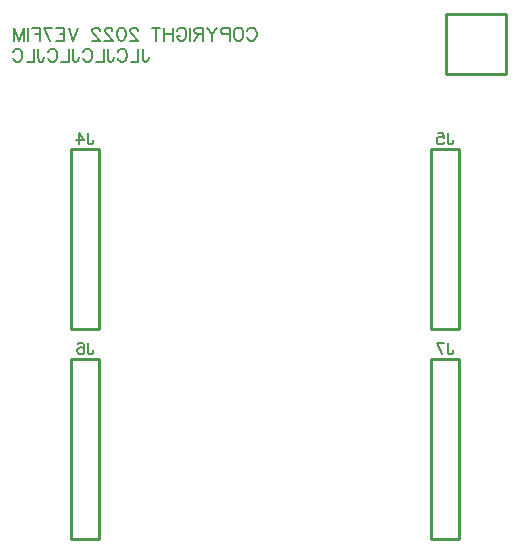
<source format=gbo>
G04 Layer: BottomSilkscreenLayer*
G04 EasyEDA v6.5.34, 2023-08-21 18:11:39*
G04 fdc95c5ed4774c3386f44bc390bfbdb9,5a6b42c53f6a479593ecc07194224c93,10*
G04 Gerber Generator version 0.2*
G04 Scale: 100 percent, Rotated: No, Reflected: No *
G04 Dimensions in millimeters *
G04 leading zeros omitted , absolute positions ,4 integer and 5 decimal *
%FSLAX45Y45*%
%MOMM*%

%ADD10C,0.1520*%
%ADD11C,0.1524*%
%ADD12C,0.2540*%

%LPD*%
D10*
X1878444Y5423938D02*
G01*
X1878444Y5340812D01*
X1883641Y5325224D01*
X1888835Y5320029D01*
X1899226Y5314835D01*
X1909617Y5314835D01*
X1920008Y5320029D01*
X1925205Y5325224D01*
X1930400Y5340812D01*
X1930400Y5351203D01*
X1844154Y5423938D02*
G01*
X1844154Y5314835D01*
X1844154Y5314835D02*
G01*
X1781810Y5314835D01*
X1669587Y5397962D02*
G01*
X1674784Y5408353D01*
X1685175Y5418744D01*
X1695564Y5423938D01*
X1716346Y5423938D01*
X1726737Y5418744D01*
X1737128Y5408353D01*
X1742325Y5397962D01*
X1747520Y5382374D01*
X1747520Y5356397D01*
X1742325Y5340812D01*
X1737128Y5330421D01*
X1726737Y5320029D01*
X1716346Y5314835D01*
X1695564Y5314835D01*
X1685175Y5320029D01*
X1674784Y5330421D01*
X1669587Y5340812D01*
X1583344Y5423938D02*
G01*
X1583344Y5340812D01*
X1588538Y5325224D01*
X1593735Y5320029D01*
X1604124Y5314835D01*
X1614515Y5314835D01*
X1624906Y5320029D01*
X1630103Y5325224D01*
X1635297Y5340812D01*
X1635297Y5351203D01*
X1549054Y5423938D02*
G01*
X1549054Y5314835D01*
X1549054Y5314835D02*
G01*
X1486707Y5314835D01*
X1374485Y5397962D02*
G01*
X1379682Y5408353D01*
X1390073Y5418744D01*
X1400464Y5423938D01*
X1421244Y5423938D01*
X1431635Y5418744D01*
X1442026Y5408353D01*
X1447223Y5397962D01*
X1452417Y5382374D01*
X1452417Y5356397D01*
X1447223Y5340812D01*
X1442026Y5330421D01*
X1431635Y5320029D01*
X1421244Y5314835D01*
X1400464Y5314835D01*
X1390073Y5320029D01*
X1379682Y5330421D01*
X1374485Y5340812D01*
X1288242Y5423938D02*
G01*
X1288242Y5340812D01*
X1293436Y5325224D01*
X1298633Y5320029D01*
X1309024Y5314835D01*
X1319415Y5314835D01*
X1329804Y5320029D01*
X1335001Y5325224D01*
X1340195Y5340812D01*
X1340195Y5351203D01*
X1253952Y5423938D02*
G01*
X1253952Y5314835D01*
X1253952Y5314835D02*
G01*
X1191605Y5314835D01*
X1079385Y5397962D02*
G01*
X1084579Y5408353D01*
X1094971Y5418744D01*
X1105362Y5423938D01*
X1126144Y5423938D01*
X1136535Y5418744D01*
X1146924Y5408353D01*
X1152121Y5397962D01*
X1157315Y5382374D01*
X1157315Y5356397D01*
X1152121Y5340812D01*
X1146924Y5330421D01*
X1136535Y5320029D01*
X1126144Y5314835D01*
X1105362Y5314835D01*
X1094971Y5320029D01*
X1084579Y5330421D01*
X1079385Y5340812D01*
X993139Y5423938D02*
G01*
X993139Y5340812D01*
X998334Y5325224D01*
X1003531Y5320029D01*
X1013922Y5314835D01*
X1024313Y5314835D01*
X1034704Y5320029D01*
X1039898Y5325224D01*
X1045095Y5340812D01*
X1045095Y5351203D01*
X958850Y5423938D02*
G01*
X958850Y5314835D01*
X958850Y5314835D02*
G01*
X896505Y5314835D01*
X784283Y5397962D02*
G01*
X789477Y5408353D01*
X799868Y5418744D01*
X810260Y5423938D01*
X831042Y5423938D01*
X841433Y5418744D01*
X851824Y5408353D01*
X857018Y5397962D01*
X862215Y5382374D01*
X862215Y5356397D01*
X857018Y5340812D01*
X851824Y5330421D01*
X841433Y5320029D01*
X831042Y5314835D01*
X810260Y5314835D01*
X799868Y5320029D01*
X789477Y5330421D01*
X784283Y5340812D01*
D11*
X2766822Y5575807D02*
G01*
X2772156Y5586221D01*
X2782570Y5596636D01*
X2792729Y5601715D01*
X2813558Y5601715D01*
X2823972Y5596636D01*
X2834386Y5586221D01*
X2839720Y5575807D01*
X2844800Y5560060D01*
X2844800Y5534152D01*
X2839720Y5518657D01*
X2834386Y5508244D01*
X2823972Y5497829D01*
X2813558Y5492750D01*
X2792729Y5492750D01*
X2782570Y5497829D01*
X2772156Y5508244D01*
X2766822Y5518657D01*
X2701290Y5601715D02*
G01*
X2711704Y5596636D01*
X2722118Y5586221D01*
X2727452Y5575807D01*
X2732531Y5560060D01*
X2732531Y5534152D01*
X2727452Y5518657D01*
X2722118Y5508244D01*
X2711704Y5497829D01*
X2701290Y5492750D01*
X2680715Y5492750D01*
X2670302Y5497829D01*
X2659888Y5508244D01*
X2654554Y5518657D01*
X2649474Y5534152D01*
X2649474Y5560060D01*
X2654554Y5575807D01*
X2659888Y5586221D01*
X2670302Y5596636D01*
X2680715Y5601715D01*
X2701290Y5601715D01*
X2615184Y5601715D02*
G01*
X2615184Y5492750D01*
X2615184Y5601715D02*
G01*
X2568447Y5601715D01*
X2552700Y5596636D01*
X2547620Y5591302D01*
X2542540Y5580887D01*
X2542540Y5565394D01*
X2547620Y5554979D01*
X2552700Y5549900D01*
X2568447Y5544565D01*
X2615184Y5544565D01*
X2508250Y5601715D02*
G01*
X2466593Y5549900D01*
X2466593Y5492750D01*
X2424938Y5601715D02*
G01*
X2466593Y5549900D01*
X2390647Y5601715D02*
G01*
X2390647Y5492750D01*
X2390647Y5601715D02*
G01*
X2343911Y5601715D01*
X2328418Y5596636D01*
X2323084Y5591302D01*
X2318004Y5580887D01*
X2318004Y5570473D01*
X2323084Y5560060D01*
X2328418Y5554979D01*
X2343911Y5549900D01*
X2390647Y5549900D01*
X2354325Y5549900D02*
G01*
X2318004Y5492750D01*
X2283713Y5601715D02*
G01*
X2283713Y5492750D01*
X2171445Y5575807D02*
G01*
X2176779Y5586221D01*
X2186940Y5596636D01*
X2197354Y5601715D01*
X2218181Y5601715D01*
X2228595Y5596636D01*
X2239009Y5586221D01*
X2244090Y5575807D01*
X2249424Y5560060D01*
X2249424Y5534152D01*
X2244090Y5518657D01*
X2239009Y5508244D01*
X2228595Y5497829D01*
X2218181Y5492750D01*
X2197354Y5492750D01*
X2186940Y5497829D01*
X2176779Y5508244D01*
X2171445Y5518657D01*
X2171445Y5534152D01*
X2197354Y5534152D02*
G01*
X2171445Y5534152D01*
X2137156Y5601715D02*
G01*
X2137156Y5492750D01*
X2064511Y5601715D02*
G01*
X2064511Y5492750D01*
X2137156Y5549900D02*
G01*
X2064511Y5549900D01*
X1993900Y5601715D02*
G01*
X1993900Y5492750D01*
X2030222Y5601715D02*
G01*
X1957324Y5601715D01*
X1837944Y5575807D02*
G01*
X1837944Y5580887D01*
X1832610Y5591302D01*
X1827529Y5596636D01*
X1817115Y5601715D01*
X1796287Y5601715D01*
X1785873Y5596636D01*
X1780794Y5591302D01*
X1775460Y5580887D01*
X1775460Y5570473D01*
X1780794Y5560060D01*
X1791207Y5544565D01*
X1843023Y5492750D01*
X1770379Y5492750D01*
X1704847Y5601715D02*
G01*
X1720595Y5596636D01*
X1731010Y5580887D01*
X1736089Y5554979D01*
X1736089Y5539486D01*
X1731010Y5513323D01*
X1720595Y5497829D01*
X1704847Y5492750D01*
X1694434Y5492750D01*
X1678939Y5497829D01*
X1668526Y5513323D01*
X1663445Y5539486D01*
X1663445Y5554979D01*
X1668526Y5580887D01*
X1678939Y5596636D01*
X1694434Y5601715D01*
X1704847Y5601715D01*
X1623821Y5575807D02*
G01*
X1623821Y5580887D01*
X1618742Y5591302D01*
X1613407Y5596636D01*
X1602994Y5601715D01*
X1582420Y5601715D01*
X1572005Y5596636D01*
X1566671Y5591302D01*
X1561592Y5580887D01*
X1561592Y5570473D01*
X1566671Y5560060D01*
X1577086Y5544565D01*
X1629155Y5492750D01*
X1556257Y5492750D01*
X1516887Y5575807D02*
G01*
X1516887Y5580887D01*
X1511554Y5591302D01*
X1506473Y5596636D01*
X1496060Y5601715D01*
X1475231Y5601715D01*
X1464818Y5596636D01*
X1459737Y5591302D01*
X1454404Y5580887D01*
X1454404Y5570473D01*
X1459737Y5560060D01*
X1470152Y5544565D01*
X1521968Y5492750D01*
X1449323Y5492750D01*
X1335023Y5601715D02*
G01*
X1293368Y5492750D01*
X1251965Y5601715D02*
G01*
X1293368Y5492750D01*
X1217676Y5601715D02*
G01*
X1217676Y5492750D01*
X1217676Y5601715D02*
G01*
X1150112Y5601715D01*
X1217676Y5549900D02*
G01*
X1176020Y5549900D01*
X1217676Y5492750D02*
G01*
X1150112Y5492750D01*
X1042923Y5601715D02*
G01*
X1094994Y5492750D01*
X1115821Y5601715D02*
G01*
X1042923Y5601715D01*
X1008634Y5601715D02*
G01*
X1008634Y5492750D01*
X1008634Y5601715D02*
G01*
X941070Y5601715D01*
X1008634Y5549900D02*
G01*
X967231Y5549900D01*
X906779Y5601715D02*
G01*
X906779Y5492750D01*
X872489Y5601715D02*
G01*
X872489Y5492750D01*
X872489Y5601715D02*
G01*
X831087Y5492750D01*
X789431Y5601715D02*
G01*
X831087Y5492750D01*
X789431Y5601715D02*
G01*
X789431Y5492750D01*
X1414889Y4710925D02*
G01*
X1414889Y4638281D01*
X1419461Y4624565D01*
X1424033Y4619993D01*
X1433177Y4615421D01*
X1442067Y4615421D01*
X1451211Y4619993D01*
X1455783Y4624565D01*
X1460355Y4638281D01*
X1460355Y4647425D01*
X1339451Y4710925D02*
G01*
X1384917Y4647425D01*
X1316845Y4647425D01*
X1339451Y4710925D02*
G01*
X1339451Y4615421D01*
X4462838Y4710998D02*
G01*
X4462838Y4638271D01*
X4467382Y4624636D01*
X4471929Y4620089D01*
X4481019Y4615543D01*
X4490110Y4615543D01*
X4499201Y4620089D01*
X4503745Y4624636D01*
X4508291Y4638271D01*
X4508291Y4647361D01*
X4378291Y4710998D02*
G01*
X4423745Y4710998D01*
X4428291Y4670089D01*
X4423745Y4674636D01*
X4410110Y4679180D01*
X4396473Y4679180D01*
X4382838Y4674636D01*
X4373745Y4665543D01*
X4369201Y4651908D01*
X4369201Y4642817D01*
X4373745Y4629180D01*
X4382838Y4620089D01*
X4396473Y4615543D01*
X4410110Y4615543D01*
X4423745Y4620089D01*
X4428291Y4624636D01*
X4432838Y4633727D01*
X1414787Y2932991D02*
G01*
X1414787Y2860263D01*
X1419331Y2846628D01*
X1423878Y2842082D01*
X1432968Y2837535D01*
X1442059Y2837535D01*
X1451150Y2842082D01*
X1455694Y2846628D01*
X1460240Y2860263D01*
X1460240Y2869354D01*
X1330241Y2919354D02*
G01*
X1334787Y2928444D01*
X1348422Y2932991D01*
X1357513Y2932991D01*
X1371150Y2928444D01*
X1380241Y2914810D01*
X1384787Y2892082D01*
X1384787Y2869354D01*
X1380241Y2851172D01*
X1371150Y2842082D01*
X1357513Y2837535D01*
X1352969Y2837535D01*
X1339331Y2842082D01*
X1330241Y2851172D01*
X1325694Y2864810D01*
X1325694Y2869354D01*
X1330241Y2882991D01*
X1339331Y2892082D01*
X1352969Y2896628D01*
X1357513Y2896628D01*
X1371150Y2892082D01*
X1380241Y2882991D01*
X1384787Y2869354D01*
X4462711Y2932991D02*
G01*
X4462711Y2860263D01*
X4467255Y2846628D01*
X4471802Y2842082D01*
X4480892Y2837535D01*
X4489983Y2837535D01*
X4499074Y2842082D01*
X4503618Y2846628D01*
X4508164Y2860263D01*
X4508164Y2869354D01*
X4369074Y2932991D02*
G01*
X4414527Y2837535D01*
X4432711Y2932991D02*
G01*
X4369074Y2932991D01*
D12*
X4445000Y5715000D02*
G01*
X4953000Y5715000D01*
X4953000Y5207000D01*
X4445000Y5207000D01*
X4445000Y5715000D01*
X4318000Y4572000D02*
G01*
X4559300Y4572000D01*
X4559300Y3048000D01*
X4318000Y3048000D01*
X4318000Y4572000D01*
X1270076Y4572000D02*
G01*
X1511376Y4572000D01*
X1511376Y3048000D01*
X1270076Y3048000D01*
X1270076Y4572000D01*
X1269949Y2793974D02*
G01*
X1511249Y2793974D01*
X1511249Y1269974D01*
X1269949Y1269974D01*
X1269949Y2793974D01*
X4317872Y2793974D02*
G01*
X4559172Y2793974D01*
X4559172Y1269974D01*
X4317872Y1269974D01*
X4317872Y2793974D01*
M02*

</source>
